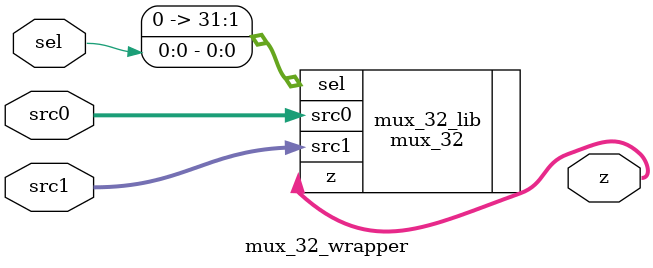
<source format=v>
module mux_32_wrapper
       (
           input sel,
           input [31:0] src0,
           input [31:0] src1,
           output [31:0] z
       );

mux_32 mux_32_lib (
           .sel({31'b0, sel}),
           .src0(src0),
           .src1(src1),
           .z(z)
       );

endmodule

</source>
